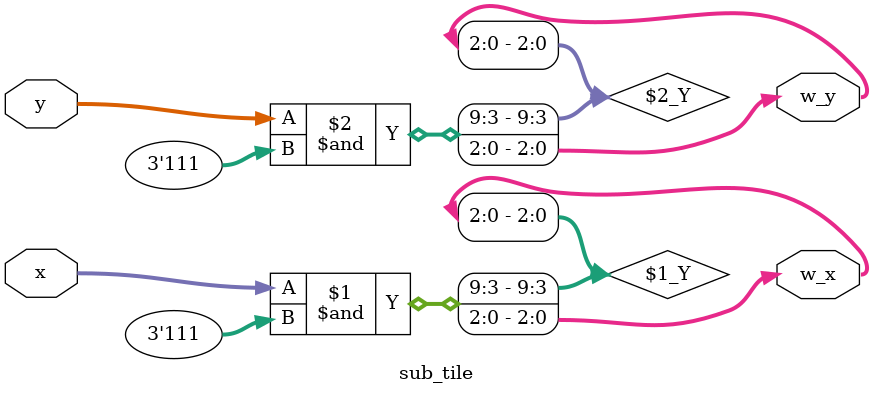
<source format=v>
`timescale 1ns / 1ps

module sub_tile(
  input [9:0] x,
  input [9:0] y,
  output [2:0] w_x,
  output [2:0] w_y
);

assign w_x = x & 3'b111;
assign w_y = y & 3'b111;


endmodule

</source>
